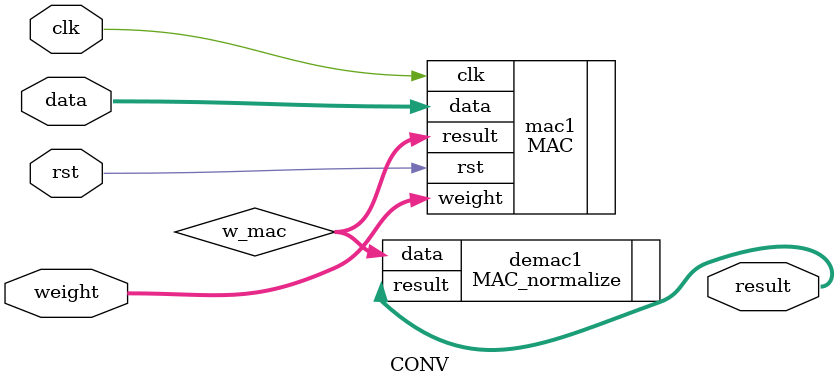
<source format=v>
`timescale 1ns / 1ps

module CONV(
    input clk,rst,
    input [23:0] data,weight,
    output [7:0] result
    );
    wire [19:0]w_mac;
    MAC mac1(.clk(clk), .rst(rst), .data(data), .weight(weight), .result(w_mac));
    MAC_normalize demac1(.data(w_mac), .result(result));
endmodule

</source>
